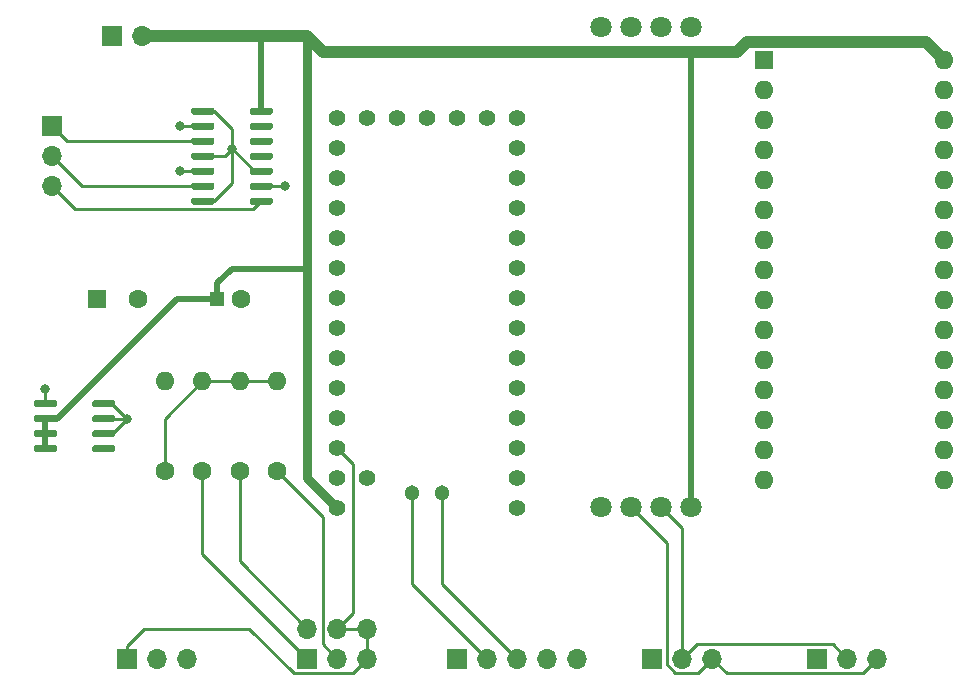
<source format=gbr>
%TF.GenerationSoftware,KiCad,Pcbnew,5.1.10*%
%TF.CreationDate,2021-07-23T12:05:05+02:00*%
%TF.ProjectId,kicad,6b696361-642e-46b6-9963-61645f706362,rev?*%
%TF.SameCoordinates,Original*%
%TF.FileFunction,Copper,L1,Top*%
%TF.FilePolarity,Positive*%
%FSLAX46Y46*%
G04 Gerber Fmt 4.6, Leading zero omitted, Abs format (unit mm)*
G04 Created by KiCad (PCBNEW 5.1.10) date 2021-07-23 12:05:05*
%MOMM*%
%LPD*%
G01*
G04 APERTURE LIST*
%TA.AperFunction,ComponentPad*%
%ADD10C,1.404000*%
%TD*%
%TA.AperFunction,ComponentPad*%
%ADD11C,1.304000*%
%TD*%
%TA.AperFunction,ComponentPad*%
%ADD12O,1.600000X1.600000*%
%TD*%
%TA.AperFunction,ComponentPad*%
%ADD13C,1.600000*%
%TD*%
%TA.AperFunction,ComponentPad*%
%ADD14O,1.700000X1.700000*%
%TD*%
%TA.AperFunction,ComponentPad*%
%ADD15R,1.700000X1.700000*%
%TD*%
%TA.AperFunction,ComponentPad*%
%ADD16C,1.800000*%
%TD*%
%TA.AperFunction,ComponentPad*%
%ADD17R,1.300000X1.300000*%
%TD*%
%TA.AperFunction,ComponentPad*%
%ADD18R,1.600000X1.600000*%
%TD*%
%TA.AperFunction,ViaPad*%
%ADD19C,0.800000*%
%TD*%
%TA.AperFunction,Conductor*%
%ADD20C,0.250000*%
%TD*%
%TA.AperFunction,Conductor*%
%ADD21C,0.500000*%
%TD*%
%TA.AperFunction,Conductor*%
%ADD22C,0.750000*%
%TD*%
%TA.AperFunction,Conductor*%
%ADD23C,1.000000*%
%TD*%
G04 APERTURE END LIST*
D10*
%TO.P,U1,13*%
%TO.N,Net-(U1-Pad13)*%
X167640000Y-36773400D03*
%TO.P,U1,33*%
%TO.N,+5V*%
X152400000Y-67253400D03*
%TO.P,U1,34*%
%TO.N,Net-(U1-Pad34)*%
X154940000Y-64713400D03*
%TO.P,U1,32*%
%TO.N,Net-(U1-Pad32)*%
X152400000Y-64713400D03*
%TO.P,U1,31*%
%TO.N,Net-(RV1-Pad1)*%
X152400000Y-62173400D03*
%TO.P,U1,30*%
%TO.N,Net-(RV1-Pad2)*%
X152400000Y-59633400D03*
%TO.P,U1,29*%
%TO.N,Net-(R1-Pad1)*%
X152400000Y-57093400D03*
%TO.P,U1,28*%
%TO.N,Net-(U1-Pad28)*%
X152400000Y-54553400D03*
%TO.P,U1,27*%
%TO.N,Net-(U1-Pad27)*%
X152400000Y-52013400D03*
%TO.P,U1,26*%
%TO.N,Net-(U1-Pad26)*%
X152400000Y-49473400D03*
%TO.P,U1,25*%
%TO.N,Net-(U1-Pad25)*%
X152400000Y-46933400D03*
%TO.P,U1,24*%
%TO.N,Net-(A1-Pad23)*%
X152400000Y-44393400D03*
%TO.P,U1,23*%
%TO.N,Net-(A1-Pad24)*%
X152400000Y-41853400D03*
%TO.P,U1,22*%
%TO.N,Net-(U1-Pad22)*%
X152400000Y-39313400D03*
%TO.P,U1,21*%
%TO.N,Net-(U1-Pad21)*%
X152400000Y-36773400D03*
%TO.P,U1,20*%
%TO.N,Net-(U1-Pad20)*%
X152400000Y-34233400D03*
%TO.P,U1,19*%
%TO.N,Net-(U1-Pad19)*%
X154940000Y-34233400D03*
%TO.P,U1,18*%
%TO.N,Net-(U1-Pad18)*%
X157480000Y-34233400D03*
%TO.P,U1,17*%
%TO.N,Net-(U1-Pad17)*%
X160020000Y-34233400D03*
%TO.P,U1,16*%
%TO.N,Net-(U1-Pad16)*%
X162560000Y-34233400D03*
%TO.P,U1,15*%
%TO.N,Net-(U1-Pad15)*%
X165100000Y-34233400D03*
%TO.P,U1,14*%
%TO.N,Net-(U1-Pad14)*%
X167640000Y-34233400D03*
%TO.P,U1,12*%
%TO.N,Net-(U1-Pad12)*%
X167640000Y-39313400D03*
%TO.P,U1,11*%
%TO.N,Net-(U1-Pad11)*%
X167640000Y-41853400D03*
%TO.P,U1,10*%
%TO.N,Net-(U1-Pad10)*%
X167640000Y-44393400D03*
%TO.P,U1,9*%
%TO.N,Net-(U1-Pad9)*%
X167640000Y-46933400D03*
%TO.P,U1,8*%
%TO.N,Net-(U1-Pad8)*%
X167640000Y-49473400D03*
%TO.P,U1,7*%
%TO.N,Net-(U1-Pad7)*%
X167640000Y-52013400D03*
%TO.P,U1,6*%
%TO.N,Net-(U1-Pad6)*%
X167640000Y-54553400D03*
%TO.P,U1,5*%
%TO.N,Net-(U1-Pad5)*%
X167640000Y-57093400D03*
%TO.P,U1,4*%
%TO.N,Net-(U1-Pad4)*%
X167640000Y-59633400D03*
%TO.P,U1,3*%
%TO.N,Net-(U1-Pad3)*%
X167640000Y-62173400D03*
D11*
%TO.P,U1,54*%
%TO.N,Net-(J1-Pad3)*%
X161290000Y-65983400D03*
%TO.P,U1,53*%
%TO.N,Net-(J1-Pad2)*%
X158750000Y-65983400D03*
D10*
%TO.P,U1,2*%
%TO.N,Net-(U1-Pad2)*%
X167640000Y-64713400D03*
%TO.P,U1,1*%
%TO.N,GND*%
X167640000Y-67253400D03*
%TD*%
D12*
%TO.P,R4,2*%
%TO.N,Net-(R1-Pad1)*%
X147320000Y-56515000D03*
D13*
%TO.P,R4,1*%
%TO.N,Net-(R4-Pad1)*%
X147320000Y-64135000D03*
%TD*%
D12*
%TO.P,R3,2*%
%TO.N,Net-(R1-Pad1)*%
X144145000Y-56515000D03*
D13*
%TO.P,R3,1*%
%TO.N,Net-(R3-Pad1)*%
X144145000Y-64135000D03*
%TD*%
D12*
%TO.P,R2,2*%
%TO.N,Net-(R1-Pad1)*%
X140970000Y-56515000D03*
D13*
%TO.P,R2,1*%
%TO.N,Net-(R2-Pad1)*%
X140970000Y-64135000D03*
%TD*%
D12*
%TO.P,R1,2*%
%TO.N,GND*%
X137795000Y-56515000D03*
D13*
%TO.P,R1,1*%
%TO.N,Net-(R1-Pad1)*%
X137795000Y-64135000D03*
%TD*%
D14*
%TO.P,SW2,6*%
%TO.N,Net-(RV1-Pad1)*%
X154940000Y-77470000D03*
%TO.P,SW2,5*%
X154940000Y-80010000D03*
%TO.P,SW2,4*%
X152400000Y-77470000D03*
%TO.P,SW2,3*%
%TO.N,Net-(R4-Pad1)*%
X152400000Y-80010000D03*
%TO.P,SW2,2*%
%TO.N,Net-(R3-Pad1)*%
X149860000Y-77470000D03*
D15*
%TO.P,SW2,1*%
%TO.N,Net-(R2-Pad1)*%
X149860000Y-80010000D03*
%TD*%
D14*
%TO.P,RV1,3*%
%TO.N,GND*%
X139700000Y-80010000D03*
%TO.P,RV1,2*%
%TO.N,Net-(RV1-Pad2)*%
X137160000Y-80010000D03*
D15*
%TO.P,RV1,1*%
%TO.N,Net-(RV1-Pad1)*%
X134620000Y-80010000D03*
%TD*%
D14*
%TO.P,J5,3*%
%TO.N,Net-(J4-Pad3)*%
X184150000Y-80010000D03*
%TO.P,J5,2*%
%TO.N,Net-(J4-Pad2)*%
X181610000Y-80010000D03*
D15*
%TO.P,J5,1*%
%TO.N,GND*%
X179070000Y-80010000D03*
%TD*%
D14*
%TO.P,J4,3*%
%TO.N,Net-(J4-Pad3)*%
X198120000Y-80010000D03*
%TO.P,J4,2*%
%TO.N,Net-(J4-Pad2)*%
X195580000Y-80010000D03*
D15*
%TO.P,J4,1*%
%TO.N,GND*%
X193040000Y-80010000D03*
%TD*%
D14*
%TO.P,J3,2*%
%TO.N,+5V*%
X135890000Y-27305000D03*
D15*
%TO.P,J3,1*%
%TO.N,GND*%
X133350000Y-27305000D03*
%TD*%
D14*
%TO.P,J2,3*%
%TO.N,Net-(J2-Pad3)*%
X128270000Y-40005000D03*
%TO.P,J2,2*%
%TO.N,Net-(J2-Pad2)*%
X128270000Y-37465000D03*
D15*
%TO.P,J2,1*%
%TO.N,Net-(J2-Pad1)*%
X128270000Y-34925000D03*
%TD*%
D14*
%TO.P,J1,5*%
%TO.N,GND*%
X172720000Y-80010000D03*
%TO.P,J1,4*%
X170180000Y-80010000D03*
%TO.P,J1,3*%
%TO.N,Net-(J1-Pad3)*%
X167640000Y-80010000D03*
%TO.P,J1,2*%
%TO.N,Net-(J1-Pad2)*%
X165100000Y-80010000D03*
D15*
%TO.P,J1,1*%
%TO.N,Net-(C1-Pad1)*%
X162560000Y-80010000D03*
%TD*%
D16*
%TO.P,U4,4*%
%TO.N,+5V*%
X182340000Y-67185000D03*
%TO.P,U4,5*%
%TO.N,Net-(A1-Pad2)*%
X182340000Y-26545000D03*
%TO.P,U4,3*%
%TO.N,Net-(J4-Pad2)*%
X179800000Y-67185000D03*
%TO.P,U4,6*%
%TO.N,GND*%
X179800000Y-26545000D03*
%TO.P,U4,2*%
%TO.N,Net-(J4-Pad3)*%
X177260000Y-67185000D03*
%TO.P,U4,7*%
%TO.N,GND*%
X177260000Y-26545000D03*
%TO.P,U4,1*%
X174720000Y-67185000D03*
%TO.P,U4,8*%
%TO.N,Net-(U4-Pad8)*%
X174720000Y-26545000D03*
%TD*%
%TO.P,U3,8*%
%TO.N,Net-(C1-Pad1)*%
%TA.AperFunction,SMDPad,CuDef*%
G36*
G01*
X131675000Y-58570000D02*
X131675000Y-58270000D01*
G75*
G02*
X131825000Y-58120000I150000J0D01*
G01*
X133475000Y-58120000D01*
G75*
G02*
X133625000Y-58270000I0J-150000D01*
G01*
X133625000Y-58570000D01*
G75*
G02*
X133475000Y-58720000I-150000J0D01*
G01*
X131825000Y-58720000D01*
G75*
G02*
X131675000Y-58570000I0J150000D01*
G01*
G37*
%TD.AperFunction*%
%TO.P,U3,7*%
%TA.AperFunction,SMDPad,CuDef*%
G36*
G01*
X131675000Y-59840000D02*
X131675000Y-59540000D01*
G75*
G02*
X131825000Y-59390000I150000J0D01*
G01*
X133475000Y-59390000D01*
G75*
G02*
X133625000Y-59540000I0J-150000D01*
G01*
X133625000Y-59840000D01*
G75*
G02*
X133475000Y-59990000I-150000J0D01*
G01*
X131825000Y-59990000D01*
G75*
G02*
X131675000Y-59840000I0J150000D01*
G01*
G37*
%TD.AperFunction*%
%TO.P,U3,6*%
%TA.AperFunction,SMDPad,CuDef*%
G36*
G01*
X131675000Y-61110000D02*
X131675000Y-60810000D01*
G75*
G02*
X131825000Y-60660000I150000J0D01*
G01*
X133475000Y-60660000D01*
G75*
G02*
X133625000Y-60810000I0J-150000D01*
G01*
X133625000Y-61110000D01*
G75*
G02*
X133475000Y-61260000I-150000J0D01*
G01*
X131825000Y-61260000D01*
G75*
G02*
X131675000Y-61110000I0J150000D01*
G01*
G37*
%TD.AperFunction*%
%TO.P,U3,5*%
%TO.N,Net-(U3-Pad5)*%
%TA.AperFunction,SMDPad,CuDef*%
G36*
G01*
X131675000Y-62380000D02*
X131675000Y-62080000D01*
G75*
G02*
X131825000Y-61930000I150000J0D01*
G01*
X133475000Y-61930000D01*
G75*
G02*
X133625000Y-62080000I0J-150000D01*
G01*
X133625000Y-62380000D01*
G75*
G02*
X133475000Y-62530000I-150000J0D01*
G01*
X131825000Y-62530000D01*
G75*
G02*
X131675000Y-62380000I0J150000D01*
G01*
G37*
%TD.AperFunction*%
%TO.P,U3,4*%
%TO.N,+5V*%
%TA.AperFunction,SMDPad,CuDef*%
G36*
G01*
X126725000Y-62380000D02*
X126725000Y-62080000D01*
G75*
G02*
X126875000Y-61930000I150000J0D01*
G01*
X128525000Y-61930000D01*
G75*
G02*
X128675000Y-62080000I0J-150000D01*
G01*
X128675000Y-62380000D01*
G75*
G02*
X128525000Y-62530000I-150000J0D01*
G01*
X126875000Y-62530000D01*
G75*
G02*
X126725000Y-62380000I0J150000D01*
G01*
G37*
%TD.AperFunction*%
%TO.P,U3,3*%
%TA.AperFunction,SMDPad,CuDef*%
G36*
G01*
X126725000Y-61110000D02*
X126725000Y-60810000D01*
G75*
G02*
X126875000Y-60660000I150000J0D01*
G01*
X128525000Y-60660000D01*
G75*
G02*
X128675000Y-60810000I0J-150000D01*
G01*
X128675000Y-61110000D01*
G75*
G02*
X128525000Y-61260000I-150000J0D01*
G01*
X126875000Y-61260000D01*
G75*
G02*
X126725000Y-61110000I0J150000D01*
G01*
G37*
%TD.AperFunction*%
%TO.P,U3,2*%
%TA.AperFunction,SMDPad,CuDef*%
G36*
G01*
X126725000Y-59840000D02*
X126725000Y-59540000D01*
G75*
G02*
X126875000Y-59390000I150000J0D01*
G01*
X128525000Y-59390000D01*
G75*
G02*
X128675000Y-59540000I0J-150000D01*
G01*
X128675000Y-59840000D01*
G75*
G02*
X128525000Y-59990000I-150000J0D01*
G01*
X126875000Y-59990000D01*
G75*
G02*
X126725000Y-59840000I0J150000D01*
G01*
G37*
%TD.AperFunction*%
%TO.P,U3,1*%
%TO.N,GND*%
%TA.AperFunction,SMDPad,CuDef*%
G36*
G01*
X126725000Y-58570000D02*
X126725000Y-58270000D01*
G75*
G02*
X126875000Y-58120000I150000J0D01*
G01*
X128525000Y-58120000D01*
G75*
G02*
X128675000Y-58270000I0J-150000D01*
G01*
X128675000Y-58570000D01*
G75*
G02*
X128525000Y-58720000I-150000J0D01*
G01*
X126875000Y-58720000D01*
G75*
G02*
X126725000Y-58570000I0J150000D01*
G01*
G37*
%TD.AperFunction*%
%TD*%
%TO.P,U2,14*%
%TO.N,+5V*%
%TA.AperFunction,SMDPad,CuDef*%
G36*
G01*
X145010000Y-33805000D02*
X145010000Y-33505000D01*
G75*
G02*
X145160000Y-33355000I150000J0D01*
G01*
X146810000Y-33355000D01*
G75*
G02*
X146960000Y-33505000I0J-150000D01*
G01*
X146960000Y-33805000D01*
G75*
G02*
X146810000Y-33955000I-150000J0D01*
G01*
X145160000Y-33955000D01*
G75*
G02*
X145010000Y-33805000I0J150000D01*
G01*
G37*
%TD.AperFunction*%
%TO.P,U2,13*%
%TO.N,Net-(U2-Pad13)*%
%TA.AperFunction,SMDPad,CuDef*%
G36*
G01*
X145010000Y-35075000D02*
X145010000Y-34775000D01*
G75*
G02*
X145160000Y-34625000I150000J0D01*
G01*
X146810000Y-34625000D01*
G75*
G02*
X146960000Y-34775000I0J-150000D01*
G01*
X146960000Y-35075000D01*
G75*
G02*
X146810000Y-35225000I-150000J0D01*
G01*
X145160000Y-35225000D01*
G75*
G02*
X145010000Y-35075000I0J150000D01*
G01*
G37*
%TD.AperFunction*%
%TO.P,U2,12*%
%TO.N,Net-(U2-Pad12)*%
%TA.AperFunction,SMDPad,CuDef*%
G36*
G01*
X145010000Y-36345000D02*
X145010000Y-36045000D01*
G75*
G02*
X145160000Y-35895000I150000J0D01*
G01*
X146810000Y-35895000D01*
G75*
G02*
X146960000Y-36045000I0J-150000D01*
G01*
X146960000Y-36345000D01*
G75*
G02*
X146810000Y-36495000I-150000J0D01*
G01*
X145160000Y-36495000D01*
G75*
G02*
X145010000Y-36345000I0J150000D01*
G01*
G37*
%TD.AperFunction*%
%TO.P,U2,11*%
%TO.N,Net-(U2-Pad11)*%
%TA.AperFunction,SMDPad,CuDef*%
G36*
G01*
X145010000Y-37615000D02*
X145010000Y-37315000D01*
G75*
G02*
X145160000Y-37165000I150000J0D01*
G01*
X146810000Y-37165000D01*
G75*
G02*
X146960000Y-37315000I0J-150000D01*
G01*
X146960000Y-37615000D01*
G75*
G02*
X146810000Y-37765000I-150000J0D01*
G01*
X145160000Y-37765000D01*
G75*
G02*
X145010000Y-37615000I0J150000D01*
G01*
G37*
%TD.AperFunction*%
%TO.P,U2,10*%
%TO.N,GND*%
%TA.AperFunction,SMDPad,CuDef*%
G36*
G01*
X145010000Y-38885000D02*
X145010000Y-38585000D01*
G75*
G02*
X145160000Y-38435000I150000J0D01*
G01*
X146810000Y-38435000D01*
G75*
G02*
X146960000Y-38585000I0J-150000D01*
G01*
X146960000Y-38885000D01*
G75*
G02*
X146810000Y-39035000I-150000J0D01*
G01*
X145160000Y-39035000D01*
G75*
G02*
X145010000Y-38885000I0J150000D01*
G01*
G37*
%TD.AperFunction*%
%TO.P,U2,9*%
%TO.N,Net-(U1-Pad22)*%
%TA.AperFunction,SMDPad,CuDef*%
G36*
G01*
X145010000Y-40155000D02*
X145010000Y-39855000D01*
G75*
G02*
X145160000Y-39705000I150000J0D01*
G01*
X146810000Y-39705000D01*
G75*
G02*
X146960000Y-39855000I0J-150000D01*
G01*
X146960000Y-40155000D01*
G75*
G02*
X146810000Y-40305000I-150000J0D01*
G01*
X145160000Y-40305000D01*
G75*
G02*
X145010000Y-40155000I0J150000D01*
G01*
G37*
%TD.AperFunction*%
%TO.P,U2,8*%
%TO.N,Net-(J2-Pad3)*%
%TA.AperFunction,SMDPad,CuDef*%
G36*
G01*
X145010000Y-41425000D02*
X145010000Y-41125000D01*
G75*
G02*
X145160000Y-40975000I150000J0D01*
G01*
X146810000Y-40975000D01*
G75*
G02*
X146960000Y-41125000I0J-150000D01*
G01*
X146960000Y-41425000D01*
G75*
G02*
X146810000Y-41575000I-150000J0D01*
G01*
X145160000Y-41575000D01*
G75*
G02*
X145010000Y-41425000I0J150000D01*
G01*
G37*
%TD.AperFunction*%
%TO.P,U2,7*%
%TO.N,GND*%
%TA.AperFunction,SMDPad,CuDef*%
G36*
G01*
X140060000Y-41425000D02*
X140060000Y-41125000D01*
G75*
G02*
X140210000Y-40975000I150000J0D01*
G01*
X141860000Y-40975000D01*
G75*
G02*
X142010000Y-41125000I0J-150000D01*
G01*
X142010000Y-41425000D01*
G75*
G02*
X141860000Y-41575000I-150000J0D01*
G01*
X140210000Y-41575000D01*
G75*
G02*
X140060000Y-41425000I0J150000D01*
G01*
G37*
%TD.AperFunction*%
%TO.P,U2,6*%
%TO.N,Net-(J2-Pad2)*%
%TA.AperFunction,SMDPad,CuDef*%
G36*
G01*
X140060000Y-40155000D02*
X140060000Y-39855000D01*
G75*
G02*
X140210000Y-39705000I150000J0D01*
G01*
X141860000Y-39705000D01*
G75*
G02*
X142010000Y-39855000I0J-150000D01*
G01*
X142010000Y-40155000D01*
G75*
G02*
X141860000Y-40305000I-150000J0D01*
G01*
X140210000Y-40305000D01*
G75*
G02*
X140060000Y-40155000I0J150000D01*
G01*
G37*
%TD.AperFunction*%
%TO.P,U2,5*%
%TO.N,Net-(U1-Pad21)*%
%TA.AperFunction,SMDPad,CuDef*%
G36*
G01*
X140060000Y-38885000D02*
X140060000Y-38585000D01*
G75*
G02*
X140210000Y-38435000I150000J0D01*
G01*
X141860000Y-38435000D01*
G75*
G02*
X142010000Y-38585000I0J-150000D01*
G01*
X142010000Y-38885000D01*
G75*
G02*
X141860000Y-39035000I-150000J0D01*
G01*
X140210000Y-39035000D01*
G75*
G02*
X140060000Y-38885000I0J150000D01*
G01*
G37*
%TD.AperFunction*%
%TO.P,U2,4*%
%TO.N,GND*%
%TA.AperFunction,SMDPad,CuDef*%
G36*
G01*
X140060000Y-37615000D02*
X140060000Y-37315000D01*
G75*
G02*
X140210000Y-37165000I150000J0D01*
G01*
X141860000Y-37165000D01*
G75*
G02*
X142010000Y-37315000I0J-150000D01*
G01*
X142010000Y-37615000D01*
G75*
G02*
X141860000Y-37765000I-150000J0D01*
G01*
X140210000Y-37765000D01*
G75*
G02*
X140060000Y-37615000I0J150000D01*
G01*
G37*
%TD.AperFunction*%
%TO.P,U2,3*%
%TO.N,Net-(J2-Pad1)*%
%TA.AperFunction,SMDPad,CuDef*%
G36*
G01*
X140060000Y-36345000D02*
X140060000Y-36045000D01*
G75*
G02*
X140210000Y-35895000I150000J0D01*
G01*
X141860000Y-35895000D01*
G75*
G02*
X142010000Y-36045000I0J-150000D01*
G01*
X142010000Y-36345000D01*
G75*
G02*
X141860000Y-36495000I-150000J0D01*
G01*
X140210000Y-36495000D01*
G75*
G02*
X140060000Y-36345000I0J150000D01*
G01*
G37*
%TD.AperFunction*%
%TO.P,U2,2*%
%TO.N,Net-(U1-Pad25)*%
%TA.AperFunction,SMDPad,CuDef*%
G36*
G01*
X140060000Y-35075000D02*
X140060000Y-34775000D01*
G75*
G02*
X140210000Y-34625000I150000J0D01*
G01*
X141860000Y-34625000D01*
G75*
G02*
X142010000Y-34775000I0J-150000D01*
G01*
X142010000Y-35075000D01*
G75*
G02*
X141860000Y-35225000I-150000J0D01*
G01*
X140210000Y-35225000D01*
G75*
G02*
X140060000Y-35075000I0J150000D01*
G01*
G37*
%TD.AperFunction*%
%TO.P,U2,1*%
%TO.N,GND*%
%TA.AperFunction,SMDPad,CuDef*%
G36*
G01*
X140060000Y-33805000D02*
X140060000Y-33505000D01*
G75*
G02*
X140210000Y-33355000I150000J0D01*
G01*
X141860000Y-33355000D01*
G75*
G02*
X142010000Y-33505000I0J-150000D01*
G01*
X142010000Y-33805000D01*
G75*
G02*
X141860000Y-33955000I-150000J0D01*
G01*
X140210000Y-33955000D01*
G75*
G02*
X140060000Y-33805000I0J150000D01*
G01*
G37*
%TD.AperFunction*%
%TD*%
D17*
%TO.P,C2,1*%
%TO.N,+5V*%
X142240000Y-49530000D03*
D13*
%TO.P,C2,2*%
%TO.N,GND*%
X144240000Y-49530000D03*
%TD*%
%TO.P,C1,2*%
%TO.N,GND*%
X135580000Y-49530000D03*
D18*
%TO.P,C1,1*%
%TO.N,Net-(C1-Pad1)*%
X132080000Y-49530000D03*
%TD*%
D12*
%TO.P,A1,16*%
%TO.N,Net-(A1-Pad16)*%
X203770000Y-64925000D03*
%TO.P,A1,15*%
%TO.N,Net-(A1-Pad15)*%
X188530000Y-64925000D03*
%TO.P,A1,30*%
%TO.N,+5V*%
X203770000Y-29365000D03*
%TO.P,A1,14*%
%TO.N,Net-(A1-Pad14)*%
X188530000Y-62385000D03*
%TO.P,A1,29*%
%TO.N,GND*%
X203770000Y-31905000D03*
%TO.P,A1,13*%
%TO.N,Net-(A1-Pad13)*%
X188530000Y-59845000D03*
%TO.P,A1,28*%
%TO.N,Net-(A1-Pad28)*%
X203770000Y-34445000D03*
%TO.P,A1,12*%
%TO.N,Net-(A1-Pad12)*%
X188530000Y-57305000D03*
%TO.P,A1,27*%
%TO.N,Net-(A1-Pad27)*%
X203770000Y-36985000D03*
%TO.P,A1,11*%
%TO.N,Net-(A1-Pad11)*%
X188530000Y-54765000D03*
%TO.P,A1,26*%
%TO.N,Net-(A1-Pad26)*%
X203770000Y-39525000D03*
%TO.P,A1,10*%
%TO.N,Net-(A1-Pad10)*%
X188530000Y-52225000D03*
%TO.P,A1,25*%
%TO.N,Net-(A1-Pad25)*%
X203770000Y-42065000D03*
%TO.P,A1,9*%
%TO.N,Net-(A1-Pad9)*%
X188530000Y-49685000D03*
%TO.P,A1,24*%
%TO.N,Net-(A1-Pad24)*%
X203770000Y-44605000D03*
%TO.P,A1,8*%
%TO.N,Net-(A1-Pad8)*%
X188530000Y-47145000D03*
%TO.P,A1,23*%
%TO.N,Net-(A1-Pad23)*%
X203770000Y-47145000D03*
%TO.P,A1,7*%
%TO.N,Net-(A1-Pad7)*%
X188530000Y-44605000D03*
%TO.P,A1,22*%
%TO.N,Net-(A1-Pad22)*%
X203770000Y-49685000D03*
%TO.P,A1,6*%
%TO.N,Net-(A1-Pad6)*%
X188530000Y-42065000D03*
%TO.P,A1,21*%
%TO.N,Net-(A1-Pad21)*%
X203770000Y-52225000D03*
%TO.P,A1,5*%
%TO.N,Net-(A1-Pad5)*%
X188530000Y-39525000D03*
%TO.P,A1,20*%
%TO.N,Net-(A1-Pad20)*%
X203770000Y-54765000D03*
%TO.P,A1,4*%
%TO.N,Net-(A1-Pad4)*%
X188530000Y-36985000D03*
%TO.P,A1,19*%
%TO.N,Net-(A1-Pad19)*%
X203770000Y-57305000D03*
%TO.P,A1,3*%
%TO.N,Net-(A1-Pad3)*%
X188530000Y-34445000D03*
%TO.P,A1,18*%
%TO.N,Net-(A1-Pad18)*%
X203770000Y-59845000D03*
%TO.P,A1,2*%
%TO.N,Net-(A1-Pad2)*%
X188530000Y-31905000D03*
%TO.P,A1,17*%
%TO.N,Net-(A1-Pad17)*%
X203770000Y-62385000D03*
D18*
%TO.P,A1,1*%
%TO.N,Net-(A1-Pad1)*%
X188530000Y-29365000D03*
%TD*%
D19*
%TO.N,Net-(U1-Pad25)*%
X139065000Y-34925000D03*
%TO.N,Net-(U1-Pad22)*%
X147955000Y-40005000D03*
%TO.N,Net-(U1-Pad21)*%
X139065000Y-38735000D03*
%TO.N,GND*%
X143510000Y-36830000D03*
X127635000Y-57150000D03*
%TO.N,Net-(C1-Pad1)*%
X134620000Y-59690000D03*
%TD*%
D20*
%TO.N,Net-(U1-Pad25)*%
X141035000Y-34925000D02*
X139065000Y-34925000D01*
%TO.N,Net-(U1-Pad22)*%
X145985000Y-40005000D02*
X147955000Y-40005000D01*
%TO.N,Net-(U1-Pad21)*%
X141035000Y-38735000D02*
X139065000Y-38735000D01*
D21*
%TO.N,+5V*%
X145985000Y-27370000D02*
X146050000Y-27305000D01*
X145985000Y-33655000D02*
X145985000Y-27370000D01*
D22*
X152400000Y-67253400D02*
X149860000Y-64713400D01*
D21*
X142240000Y-48230000D02*
X142240000Y-49530000D01*
X143480000Y-46990000D02*
X142240000Y-48230000D01*
X149860000Y-46990000D02*
X143480000Y-46990000D01*
D22*
X149860000Y-64713400D02*
X149860000Y-46990000D01*
X149860000Y-46990000D02*
X149860000Y-27305000D01*
D21*
X128677808Y-59690000D02*
X127700000Y-59690000D01*
X138837808Y-49530000D02*
X128677808Y-59690000D01*
X142240000Y-49530000D02*
X138837808Y-49530000D01*
X127700000Y-59690000D02*
X127700000Y-62230000D01*
D23*
X135890000Y-27305000D02*
X149860000Y-27305000D01*
X151225000Y-28670000D02*
X182340000Y-28670000D01*
X149860000Y-27305000D02*
X151225000Y-28670000D01*
D21*
X182340000Y-67185000D02*
X182340000Y-28670000D01*
D23*
X202219999Y-27814999D02*
X203770000Y-29365000D01*
X187129999Y-27814999D02*
X202219999Y-27814999D01*
X186274998Y-28670000D02*
X187129999Y-27814999D01*
X182340000Y-28670000D02*
X186274998Y-28670000D01*
D20*
%TO.N,GND*%
X143510000Y-35155000D02*
X143510000Y-36830000D01*
X142010000Y-33655000D02*
X143510000Y-35155000D01*
X141035000Y-33655000D02*
X142010000Y-33655000D01*
X142875000Y-37465000D02*
X143510000Y-36830000D01*
X141035000Y-37465000D02*
X142875000Y-37465000D01*
X145415000Y-38735000D02*
X143510000Y-36830000D01*
X145985000Y-38735000D02*
X145415000Y-38735000D01*
X143510000Y-39775000D02*
X143510000Y-36830000D01*
X142010000Y-41275000D02*
X143510000Y-39775000D01*
X141035000Y-41275000D02*
X142010000Y-41275000D01*
X127700000Y-57215000D02*
X127635000Y-57150000D01*
X127700000Y-58420000D02*
X127700000Y-57215000D01*
%TO.N,Net-(C1-Pad1)*%
X132650000Y-59690000D02*
X134620000Y-59690000D01*
X133350000Y-60960000D02*
X134620000Y-59690000D01*
X132650000Y-60960000D02*
X133350000Y-60960000D01*
X133350000Y-58420000D02*
X134620000Y-59690000D01*
X132650000Y-58420000D02*
X133350000Y-58420000D01*
%TO.N,Net-(J1-Pad3)*%
X161290000Y-73660000D02*
X167640000Y-80010000D01*
X161290000Y-65983400D02*
X161290000Y-73660000D01*
%TO.N,Net-(J1-Pad2)*%
X158750000Y-73660000D02*
X165100000Y-80010000D01*
X158750000Y-65983400D02*
X158750000Y-73660000D01*
%TO.N,Net-(J2-Pad3)*%
X145309990Y-41950010D02*
X145985000Y-41275000D01*
X130215010Y-41950010D02*
X145309990Y-41950010D01*
X128270000Y-40005000D02*
X130215010Y-41950010D01*
%TO.N,Net-(J2-Pad2)*%
X130810000Y-40005000D02*
X141035000Y-40005000D01*
X128270000Y-37465000D02*
X130810000Y-40005000D01*
%TO.N,Net-(J2-Pad1)*%
X129540000Y-36195000D02*
X141035000Y-36195000D01*
X128270000Y-34925000D02*
X129540000Y-36195000D01*
%TO.N,Net-(J4-Pad3)*%
X180295001Y-70220001D02*
X177260000Y-67185000D01*
X180295001Y-80508003D02*
X180295001Y-70220001D01*
X181021999Y-81235001D02*
X180295001Y-80508003D01*
X182924999Y-81235001D02*
X181021999Y-81235001D01*
X184150000Y-80010000D02*
X182924999Y-81235001D01*
X196894999Y-81235001D02*
X198120000Y-80010000D01*
X185375001Y-81235001D02*
X196894999Y-81235001D01*
X184150000Y-80010000D02*
X185375001Y-81235001D01*
%TO.N,Net-(J4-Pad2)*%
X181610000Y-68995000D02*
X179800000Y-67185000D01*
X181610000Y-80010000D02*
X181610000Y-68995000D01*
X194354999Y-78784999D02*
X195580000Y-80010000D01*
X182835001Y-78784999D02*
X194354999Y-78784999D01*
X181610000Y-80010000D02*
X182835001Y-78784999D01*
%TO.N,Net-(R1-Pad1)*%
X137795000Y-59690000D02*
X140970000Y-56515000D01*
X137795000Y-64135000D02*
X137795000Y-59690000D01*
X140970000Y-56515000D02*
X147320000Y-56515000D01*
%TO.N,Net-(R2-Pad1)*%
X140970000Y-71120000D02*
X149860000Y-80010000D01*
X140970000Y-64135000D02*
X140970000Y-71120000D01*
%TO.N,Net-(R3-Pad1)*%
X144145000Y-71755000D02*
X149860000Y-77470000D01*
X144145000Y-64135000D02*
X144145000Y-71755000D01*
%TO.N,Net-(R4-Pad1)*%
X151174999Y-78784999D02*
X152400000Y-80010000D01*
X151174999Y-67989999D02*
X151174999Y-78784999D01*
X147320000Y-64135000D02*
X151174999Y-67989999D01*
%TO.N,Net-(RV1-Pad1)*%
X153714999Y-81235001D02*
X154940000Y-80010000D01*
X144944998Y-77470000D02*
X148709999Y-81235001D01*
X136060000Y-77470000D02*
X144944998Y-77470000D01*
X148709999Y-81235001D02*
X153714999Y-81235001D01*
X134620000Y-78910000D02*
X136060000Y-77470000D01*
X134620000Y-80010000D02*
X134620000Y-78910000D01*
X154940000Y-80010000D02*
X154940000Y-77470000D01*
X154940000Y-77470000D02*
X152400000Y-77470000D01*
X153727001Y-63500401D02*
X152400000Y-62173400D01*
X153727001Y-76142999D02*
X153727001Y-63500401D01*
X152400000Y-77470000D02*
X153727001Y-76142999D01*
%TD*%
M02*

</source>
